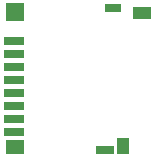
<source format=gbr>
%TF.GenerationSoftware,KiCad,Pcbnew,5.1.6+dfsg1-1*%
%TF.CreationDate,2020-06-20T08:37:57+08:00*%
%TF.ProjectId,stm32dev,73746d33-3264-4657-962e-6b696361645f,rev?*%
%TF.SameCoordinates,Original*%
%TF.FileFunction,Paste,Bot*%
%TF.FilePolarity,Positive*%
%FSLAX46Y46*%
G04 Gerber Fmt 4.6, Leading zero omitted, Abs format (unit mm)*
G04 Created by KiCad (PCBNEW 5.1.6+dfsg1-1) date 2020-06-20 08:37:57*
%MOMM*%
%LPD*%
G01*
G04 APERTURE LIST*
%ADD10R,1.550000X1.000000*%
%ADD11R,1.500000X1.500000*%
%ADD12R,1.750000X0.700000*%
%ADD13R,1.400000X0.800000*%
%ADD14R,1.000000X1.450000*%
%ADD15R,1.500000X0.800000*%
%ADD16R,1.500000X1.300000*%
G04 APERTURE END LIST*
D10*
%TO.C,J2*%
X147690000Y-91580000D03*
D11*
X137015000Y-91530000D03*
D12*
X136890000Y-93980000D03*
X136890000Y-95080000D03*
X136890000Y-96180000D03*
X136890000Y-97280000D03*
X136890000Y-98380000D03*
X136890000Y-99480000D03*
X136890000Y-100580000D03*
D13*
X145265000Y-91180000D03*
D14*
X146115000Y-102805000D03*
D15*
X144615000Y-103130000D03*
D16*
X137015000Y-102880000D03*
D12*
X136890000Y-101680000D03*
%TD*%
M02*

</source>
